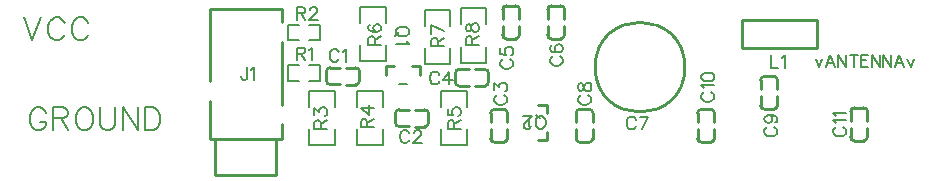
<source format=gto>
G04 Layer: TopSilkLayer*
G04 EasyEDA v6.4.25, 2021-11-26T00:29:10--8:00*
G04 0dbdd77669684f62939db12cf9e3c97e,10*
G04 Gerber Generator version 0.2*
G04 Scale: 100 percent, Rotated: No, Reflected: No *
G04 Dimensions in millimeters *
G04 leading zeros omitted , absolute positions ,4 integer and 5 decimal *
%FSLAX45Y45*%
%MOMM*%

%ADD10C,0.2540*%
%ADD23C,0.2000*%
%ADD24C,0.1524*%
%ADD25C,0.2032*%

%LPD*%
D25*
X417829Y-946150D02*
G01*
X408686Y-927607D01*
X390144Y-909065D01*
X371855Y-899921D01*
X334771Y-899921D01*
X316229Y-909065D01*
X297942Y-927607D01*
X288544Y-946150D01*
X279400Y-973836D01*
X279400Y-1019810D01*
X288544Y-1047750D01*
X297942Y-1066037D01*
X316229Y-1084579D01*
X334771Y-1093723D01*
X371855Y-1093723D01*
X390144Y-1084579D01*
X408686Y-1066037D01*
X417829Y-1047750D01*
X417829Y-1019810D01*
X371855Y-1019810D02*
G01*
X417829Y-1019810D01*
X478789Y-899921D02*
G01*
X478789Y-1093723D01*
X478789Y-899921D02*
G01*
X562102Y-899921D01*
X589787Y-909065D01*
X598931Y-918210D01*
X608329Y-936752D01*
X608329Y-955294D01*
X598931Y-973836D01*
X589787Y-982979D01*
X562102Y-992123D01*
X478789Y-992123D01*
X543560Y-992123D02*
G01*
X608329Y-1093723D01*
X724662Y-899921D02*
G01*
X706120Y-909065D01*
X687578Y-927607D01*
X678434Y-946150D01*
X669289Y-973836D01*
X669289Y-1019810D01*
X678434Y-1047750D01*
X687578Y-1066037D01*
X706120Y-1084579D01*
X724662Y-1093723D01*
X761492Y-1093723D01*
X780034Y-1084579D01*
X798576Y-1066037D01*
X807720Y-1047750D01*
X816863Y-1019810D01*
X816863Y-973836D01*
X807720Y-946150D01*
X798576Y-927607D01*
X780034Y-909065D01*
X761492Y-899921D01*
X724662Y-899921D01*
X877823Y-899921D02*
G01*
X877823Y-1038352D01*
X887221Y-1066037D01*
X905510Y-1084579D01*
X933450Y-1093723D01*
X951737Y-1093723D01*
X979423Y-1084579D01*
X997965Y-1066037D01*
X1007110Y-1038352D01*
X1007110Y-899921D01*
X1068070Y-899921D02*
G01*
X1068070Y-1093723D01*
X1068070Y-899921D02*
G01*
X1197610Y-1093723D01*
X1197610Y-899921D02*
G01*
X1197610Y-1093723D01*
X1258570Y-899921D02*
G01*
X1258570Y-1093723D01*
X1258570Y-899921D02*
G01*
X1323086Y-899921D01*
X1350771Y-909065D01*
X1369313Y-927607D01*
X1378457Y-946150D01*
X1387855Y-973836D01*
X1387855Y-1019810D01*
X1378457Y-1047750D01*
X1369313Y-1066037D01*
X1350771Y-1084579D01*
X1323086Y-1093723D01*
X1258570Y-1093723D01*
X228600Y-137921D02*
G01*
X302513Y-331723D01*
X376428Y-137921D02*
G01*
X302513Y-331723D01*
X575818Y-184150D02*
G01*
X566673Y-165607D01*
X548131Y-147065D01*
X529589Y-137921D01*
X492760Y-137921D01*
X474218Y-147065D01*
X455929Y-165607D01*
X446531Y-184150D01*
X437387Y-211836D01*
X437387Y-257810D01*
X446531Y-285750D01*
X455929Y-304037D01*
X474218Y-322579D01*
X492760Y-331723D01*
X529589Y-331723D01*
X548131Y-322579D01*
X566673Y-304037D01*
X575818Y-285750D01*
X775462Y-184150D02*
G01*
X766063Y-165607D01*
X747776Y-147065D01*
X729234Y-137921D01*
X692150Y-137921D01*
X673862Y-147065D01*
X655320Y-165607D01*
X646176Y-184150D01*
X636778Y-211836D01*
X636778Y-257810D01*
X646176Y-285750D01*
X655320Y-304037D01*
X673862Y-322579D01*
X692150Y-331723D01*
X729234Y-331723D01*
X747776Y-322579D01*
X766063Y-304037D01*
X775462Y-285750D01*
X6934200Y-487426D02*
G01*
X6962393Y-553212D01*
X6990588Y-487426D02*
G01*
X6962393Y-553212D01*
X7058913Y-454660D02*
G01*
X7021575Y-553212D01*
X7058913Y-454660D02*
G01*
X7096506Y-553212D01*
X7035545Y-520445D02*
G01*
X7082536Y-520445D01*
X7127493Y-454660D02*
G01*
X7127493Y-553212D01*
X7127493Y-454660D02*
G01*
X7193025Y-553212D01*
X7193025Y-454660D02*
G01*
X7193025Y-553212D01*
X7257034Y-454660D02*
G01*
X7257034Y-553212D01*
X7224013Y-454660D02*
G01*
X7289800Y-454660D01*
X7320788Y-454660D02*
G01*
X7320788Y-553212D01*
X7320788Y-454660D02*
G01*
X7381747Y-454660D01*
X7320788Y-501650D02*
G01*
X7358379Y-501650D01*
X7320788Y-553212D02*
G01*
X7381747Y-553212D01*
X7412736Y-454660D02*
G01*
X7412736Y-553212D01*
X7412736Y-454660D02*
G01*
X7478268Y-553212D01*
X7478268Y-454660D02*
G01*
X7478268Y-553212D01*
X7509256Y-454660D02*
G01*
X7509256Y-553212D01*
X7509256Y-454660D02*
G01*
X7575041Y-553212D01*
X7575041Y-454660D02*
G01*
X7575041Y-553212D01*
X7643368Y-454660D02*
G01*
X7606029Y-553212D01*
X7643368Y-454660D02*
G01*
X7680959Y-553212D01*
X7620000Y-520445D02*
G01*
X7666990Y-520445D01*
X7711947Y-487426D02*
G01*
X7740141Y-553212D01*
X7768336Y-487426D02*
G01*
X7740141Y-553212D01*
D24*
X2897377Y-431292D02*
G01*
X2892043Y-420878D01*
X2881629Y-410463D01*
X2871470Y-405384D01*
X2850641Y-405384D01*
X2840227Y-410463D01*
X2829813Y-420878D01*
X2824479Y-431292D01*
X2819400Y-447039D01*
X2819400Y-472947D01*
X2824479Y-488442D01*
X2829813Y-498855D01*
X2840227Y-509270D01*
X2850641Y-514350D01*
X2871470Y-514350D01*
X2881629Y-509270D01*
X2892043Y-498855D01*
X2897377Y-488442D01*
X2931668Y-426212D02*
G01*
X2942081Y-420878D01*
X2957575Y-405384D01*
X2957575Y-514350D01*
X3494277Y-1117092D02*
G01*
X3488943Y-1106678D01*
X3478529Y-1096263D01*
X3468370Y-1091184D01*
X3447541Y-1091184D01*
X3437127Y-1096263D01*
X3426713Y-1106678D01*
X3421379Y-1117092D01*
X3416300Y-1132839D01*
X3416300Y-1158747D01*
X3421379Y-1174242D01*
X3426713Y-1184655D01*
X3437127Y-1195070D01*
X3447541Y-1200150D01*
X3468370Y-1200150D01*
X3478529Y-1195070D01*
X3488943Y-1184655D01*
X3494277Y-1174242D01*
X3533647Y-1117092D02*
G01*
X3533647Y-1112012D01*
X3538981Y-1101597D01*
X3544061Y-1096263D01*
X3554475Y-1091184D01*
X3575304Y-1091184D01*
X3585718Y-1096263D01*
X3590797Y-1101597D01*
X3596131Y-1112012D01*
X3596131Y-1122426D01*
X3590797Y-1132839D01*
X3580384Y-1148334D01*
X3528568Y-1200150D01*
X3601211Y-1200150D01*
X4241291Y-798321D02*
G01*
X4230877Y-803655D01*
X4220463Y-814070D01*
X4215384Y-824229D01*
X4215384Y-845057D01*
X4220463Y-855471D01*
X4230877Y-865886D01*
X4241291Y-871220D01*
X4257040Y-876300D01*
X4282947Y-876300D01*
X4298441Y-871220D01*
X4308856Y-865886D01*
X4319270Y-855471D01*
X4324350Y-845057D01*
X4324350Y-824229D01*
X4319270Y-814070D01*
X4308856Y-803655D01*
X4298441Y-798321D01*
X4215384Y-753618D02*
G01*
X4215384Y-696468D01*
X4257040Y-727710D01*
X4257040Y-712215D01*
X4262120Y-701802D01*
X4267200Y-696468D01*
X4282947Y-691387D01*
X4293361Y-691387D01*
X4308856Y-696468D01*
X4319270Y-706881D01*
X4324350Y-722629D01*
X4324350Y-738123D01*
X4319270Y-753618D01*
X4314190Y-758952D01*
X4303775Y-764031D01*
X3748277Y-621792D02*
G01*
X3742943Y-611378D01*
X3732529Y-600963D01*
X3722370Y-595884D01*
X3701541Y-595884D01*
X3691127Y-600963D01*
X3680713Y-611378D01*
X3675379Y-621792D01*
X3670300Y-637539D01*
X3670300Y-663447D01*
X3675379Y-678942D01*
X3680713Y-689355D01*
X3691127Y-699770D01*
X3701541Y-704850D01*
X3722370Y-704850D01*
X3732529Y-699770D01*
X3742943Y-689355D01*
X3748277Y-678942D01*
X3834384Y-595884D02*
G01*
X3782568Y-668528D01*
X3860545Y-668528D01*
X3834384Y-595884D02*
G01*
X3834384Y-704850D01*
X4292091Y-493521D02*
G01*
X4281677Y-498855D01*
X4271263Y-509270D01*
X4266184Y-519429D01*
X4266184Y-540257D01*
X4271263Y-550671D01*
X4281677Y-561086D01*
X4292091Y-566420D01*
X4307840Y-571500D01*
X4333747Y-571500D01*
X4349241Y-566420D01*
X4359656Y-561086D01*
X4370070Y-550671D01*
X4375150Y-540257D01*
X4375150Y-519429D01*
X4370070Y-509270D01*
X4359656Y-498855D01*
X4349241Y-493521D01*
X4266184Y-397002D02*
G01*
X4266184Y-448818D01*
X4312920Y-454152D01*
X4307840Y-448818D01*
X4302506Y-433323D01*
X4302506Y-417829D01*
X4307840Y-402081D01*
X4318000Y-391668D01*
X4333747Y-386587D01*
X4344161Y-386587D01*
X4359656Y-391668D01*
X4370070Y-402081D01*
X4375150Y-417829D01*
X4375150Y-433323D01*
X4370070Y-448818D01*
X4364990Y-454152D01*
X4354575Y-459231D01*
X4711191Y-468121D02*
G01*
X4700777Y-473455D01*
X4690363Y-483870D01*
X4685284Y-494029D01*
X4685284Y-514857D01*
X4690363Y-525271D01*
X4700777Y-535686D01*
X4711191Y-541020D01*
X4726940Y-546100D01*
X4752847Y-546100D01*
X4768341Y-541020D01*
X4778756Y-535686D01*
X4789170Y-525271D01*
X4794250Y-514857D01*
X4794250Y-494029D01*
X4789170Y-483870D01*
X4778756Y-473455D01*
X4768341Y-468121D01*
X4700777Y-371602D02*
G01*
X4690363Y-376681D01*
X4685284Y-392429D01*
X4685284Y-402589D01*
X4690363Y-418337D01*
X4706111Y-428752D01*
X4732020Y-433831D01*
X4757927Y-433831D01*
X4778756Y-428752D01*
X4789170Y-418337D01*
X4794250Y-402589D01*
X4794250Y-397510D01*
X4789170Y-382015D01*
X4778756Y-371602D01*
X4763261Y-366268D01*
X4757927Y-366268D01*
X4742434Y-371602D01*
X4732020Y-382015D01*
X4726940Y-397510D01*
X4726940Y-402589D01*
X4732020Y-418337D01*
X4742434Y-428752D01*
X4757927Y-433831D01*
X5411977Y-1002792D02*
G01*
X5406643Y-992378D01*
X5396229Y-981963D01*
X5386070Y-976884D01*
X5365241Y-976884D01*
X5354827Y-981963D01*
X5344413Y-992378D01*
X5339079Y-1002792D01*
X5334000Y-1018539D01*
X5334000Y-1044447D01*
X5339079Y-1059942D01*
X5344413Y-1070355D01*
X5354827Y-1080770D01*
X5365241Y-1085850D01*
X5386070Y-1085850D01*
X5396229Y-1080770D01*
X5406643Y-1070355D01*
X5411977Y-1059942D01*
X5518911Y-976884D02*
G01*
X5467095Y-1085850D01*
X5446268Y-976884D02*
G01*
X5518911Y-976884D01*
X4952491Y-798321D02*
G01*
X4942077Y-803655D01*
X4931663Y-814070D01*
X4926584Y-824229D01*
X4926584Y-845057D01*
X4931663Y-855471D01*
X4942077Y-865886D01*
X4952491Y-871220D01*
X4968240Y-876300D01*
X4994147Y-876300D01*
X5009641Y-871220D01*
X5020056Y-865886D01*
X5030470Y-855471D01*
X5035550Y-845057D01*
X5035550Y-824229D01*
X5030470Y-814070D01*
X5020056Y-803655D01*
X5009641Y-798321D01*
X4926584Y-738123D02*
G01*
X4931663Y-753618D01*
X4942077Y-758952D01*
X4952491Y-758952D01*
X4962906Y-753618D01*
X4968240Y-743204D01*
X4973320Y-722629D01*
X4978400Y-706881D01*
X4988813Y-696468D01*
X4999227Y-691387D01*
X5014975Y-691387D01*
X5025390Y-696468D01*
X5030470Y-701802D01*
X5035550Y-717295D01*
X5035550Y-738123D01*
X5030470Y-753618D01*
X5025390Y-758952D01*
X5014975Y-764031D01*
X4999227Y-764031D01*
X4988813Y-758952D01*
X4978400Y-748537D01*
X4973320Y-732789D01*
X4968240Y-712215D01*
X4962906Y-701802D01*
X4952491Y-696468D01*
X4942077Y-696468D01*
X4931663Y-701802D01*
X4926584Y-717295D01*
X4926584Y-738123D01*
X6527291Y-1065021D02*
G01*
X6516877Y-1070355D01*
X6506463Y-1080770D01*
X6501384Y-1090929D01*
X6501384Y-1111757D01*
X6506463Y-1122171D01*
X6516877Y-1132586D01*
X6527291Y-1137920D01*
X6543040Y-1143000D01*
X6568947Y-1143000D01*
X6584441Y-1137920D01*
X6594856Y-1132586D01*
X6605270Y-1122171D01*
X6610350Y-1111757D01*
X6610350Y-1090929D01*
X6605270Y-1080770D01*
X6594856Y-1070355D01*
X6584441Y-1065021D01*
X6537706Y-963168D02*
G01*
X6553200Y-968502D01*
X6563613Y-978915D01*
X6568947Y-994410D01*
X6568947Y-999489D01*
X6563613Y-1015237D01*
X6553200Y-1025652D01*
X6537706Y-1030731D01*
X6532625Y-1030731D01*
X6516877Y-1025652D01*
X6506463Y-1015237D01*
X6501384Y-999489D01*
X6501384Y-994410D01*
X6506463Y-978915D01*
X6516877Y-968502D01*
X6537706Y-963168D01*
X6563613Y-963168D01*
X6589775Y-968502D01*
X6605270Y-978915D01*
X6610350Y-994410D01*
X6610350Y-1004823D01*
X6605270Y-1020318D01*
X6594856Y-1025652D01*
X5993891Y-772921D02*
G01*
X5983477Y-778255D01*
X5973063Y-788670D01*
X5967984Y-798829D01*
X5967984Y-819657D01*
X5973063Y-830071D01*
X5983477Y-840486D01*
X5993891Y-845820D01*
X6009640Y-850900D01*
X6035547Y-850900D01*
X6051041Y-845820D01*
X6061456Y-840486D01*
X6071870Y-830071D01*
X6076950Y-819657D01*
X6076950Y-798829D01*
X6071870Y-788670D01*
X6061456Y-778255D01*
X6051041Y-772921D01*
X5988811Y-738631D02*
G01*
X5983477Y-728218D01*
X5967984Y-712723D01*
X6076950Y-712723D01*
X5967984Y-647192D02*
G01*
X5973063Y-662939D01*
X5988811Y-673100D01*
X6014720Y-678434D01*
X6030213Y-678434D01*
X6056375Y-673100D01*
X6071870Y-662939D01*
X6076950Y-647192D01*
X6076950Y-636778D01*
X6071870Y-621284D01*
X6056375Y-610870D01*
X6030213Y-605789D01*
X6014720Y-605789D01*
X5988811Y-610870D01*
X5973063Y-621284D01*
X5967984Y-636778D01*
X5967984Y-647192D01*
X7111491Y-1065021D02*
G01*
X7101077Y-1070355D01*
X7090663Y-1080770D01*
X7085584Y-1090929D01*
X7085584Y-1111757D01*
X7090663Y-1122171D01*
X7101077Y-1132586D01*
X7111491Y-1137920D01*
X7127240Y-1143000D01*
X7153147Y-1143000D01*
X7168641Y-1137920D01*
X7179056Y-1132586D01*
X7189470Y-1122171D01*
X7194550Y-1111757D01*
X7194550Y-1090929D01*
X7189470Y-1080770D01*
X7179056Y-1070355D01*
X7168641Y-1065021D01*
X7106411Y-1030731D02*
G01*
X7101077Y-1020318D01*
X7085584Y-1004823D01*
X7194550Y-1004823D01*
X7106411Y-970534D02*
G01*
X7101077Y-960120D01*
X7085584Y-944626D01*
X7194550Y-944626D01*
X2122180Y-557784D02*
G01*
X2122180Y-640842D01*
X2116846Y-656589D01*
X2111766Y-661670D01*
X2101352Y-666750D01*
X2090938Y-666750D01*
X2080524Y-661670D01*
X2075190Y-656589D01*
X2070110Y-640842D01*
X2070110Y-630428D01*
X2156470Y-578612D02*
G01*
X2166630Y-573278D01*
X2182378Y-557784D01*
X2182378Y-666750D01*
X6553200Y-456184D02*
G01*
X6553200Y-565150D01*
X6553200Y-565150D02*
G01*
X6615429Y-565150D01*
X6649720Y-477012D02*
G01*
X6660134Y-471678D01*
X6675881Y-456184D01*
X6675881Y-565150D01*
X3493515Y-247142D02*
G01*
X3488436Y-236728D01*
X3478022Y-226313D01*
X3467608Y-220979D01*
X3451859Y-215900D01*
X3425952Y-215900D01*
X3410458Y-220979D01*
X3400043Y-226313D01*
X3389629Y-236728D01*
X3384550Y-247142D01*
X3384550Y-267970D01*
X3389629Y-278129D01*
X3400043Y-288544D01*
X3410458Y-293878D01*
X3425952Y-298957D01*
X3451859Y-298957D01*
X3467608Y-293878D01*
X3478022Y-288544D01*
X3488436Y-278129D01*
X3493515Y-267970D01*
X3493515Y-247142D01*
X3405124Y-262636D02*
G01*
X3374136Y-293878D01*
X3472688Y-333247D02*
G01*
X3478022Y-343662D01*
X3493515Y-359410D01*
X3384550Y-359410D01*
X4616958Y-1080515D02*
G01*
X4627372Y-1075436D01*
X4637786Y-1065021D01*
X4643120Y-1054607D01*
X4648200Y-1038860D01*
X4648200Y-1012952D01*
X4643120Y-997457D01*
X4637786Y-987044D01*
X4627372Y-976629D01*
X4616958Y-971550D01*
X4596129Y-971550D01*
X4585970Y-976629D01*
X4575556Y-987044D01*
X4570222Y-997457D01*
X4565141Y-1012952D01*
X4565141Y-1038860D01*
X4570222Y-1054607D01*
X4575556Y-1065021D01*
X4585970Y-1075436D01*
X4596129Y-1080515D01*
X4616958Y-1080515D01*
X4601463Y-992123D02*
G01*
X4570222Y-961136D01*
X4525518Y-1054607D02*
G01*
X4525518Y-1059687D01*
X4520438Y-1070102D01*
X4515104Y-1075436D01*
X4504690Y-1080515D01*
X4484115Y-1080515D01*
X4473702Y-1075436D01*
X4468368Y-1070102D01*
X4463288Y-1059687D01*
X4463288Y-1049273D01*
X4468368Y-1038860D01*
X4478781Y-1023365D01*
X4530852Y-971550D01*
X4457954Y-971550D01*
X2540000Y-392684D02*
G01*
X2540000Y-501650D01*
X2540000Y-392684D02*
G01*
X2586736Y-392684D01*
X2602229Y-397763D01*
X2607563Y-403097D01*
X2612643Y-413512D01*
X2612643Y-423926D01*
X2607563Y-434339D01*
X2602229Y-439420D01*
X2586736Y-444500D01*
X2540000Y-444500D01*
X2576322Y-444500D02*
G01*
X2612643Y-501650D01*
X2646934Y-413512D02*
G01*
X2657347Y-408178D01*
X2673095Y-392684D01*
X2673095Y-501650D01*
X2540000Y-49784D02*
G01*
X2540000Y-158750D01*
X2540000Y-49784D02*
G01*
X2586736Y-49784D01*
X2602229Y-54863D01*
X2607563Y-60197D01*
X2612643Y-70612D01*
X2612643Y-81026D01*
X2607563Y-91439D01*
X2602229Y-96520D01*
X2586736Y-101600D01*
X2540000Y-101600D01*
X2576322Y-101600D02*
G01*
X2612643Y-158750D01*
X2652268Y-75692D02*
G01*
X2652268Y-70612D01*
X2657347Y-60197D01*
X2662681Y-54863D01*
X2673095Y-49784D01*
X2693670Y-49784D01*
X2704084Y-54863D01*
X2709418Y-60197D01*
X2714497Y-70612D01*
X2714497Y-81026D01*
X2709418Y-91439D01*
X2699004Y-106934D01*
X2646934Y-158750D01*
X2719831Y-158750D01*
X2691384Y-1079500D02*
G01*
X2800350Y-1079500D01*
X2691384Y-1079500D02*
G01*
X2691384Y-1032763D01*
X2696463Y-1017270D01*
X2701797Y-1011936D01*
X2712211Y-1006855D01*
X2722625Y-1006855D01*
X2733040Y-1011936D01*
X2738120Y-1017270D01*
X2743200Y-1032763D01*
X2743200Y-1079500D01*
X2743200Y-1043178D02*
G01*
X2800350Y-1006855D01*
X2691384Y-962152D02*
G01*
X2691384Y-905002D01*
X2733040Y-935989D01*
X2733040Y-920495D01*
X2738120Y-910081D01*
X2743200Y-905002D01*
X2758947Y-899668D01*
X2769361Y-899668D01*
X2784856Y-905002D01*
X2795270Y-915415D01*
X2800350Y-930910D01*
X2800350Y-946404D01*
X2795270Y-962152D01*
X2790190Y-967231D01*
X2779775Y-972565D01*
X3085084Y-1066800D02*
G01*
X3194050Y-1066800D01*
X3085084Y-1066800D02*
G01*
X3085084Y-1020063D01*
X3090163Y-1004570D01*
X3095497Y-999236D01*
X3105911Y-994155D01*
X3116325Y-994155D01*
X3126740Y-999236D01*
X3131820Y-1004570D01*
X3136900Y-1020063D01*
X3136900Y-1066800D01*
X3136900Y-1030478D02*
G01*
X3194050Y-994155D01*
X3085084Y-907795D02*
G01*
X3157727Y-959865D01*
X3157727Y-881887D01*
X3085084Y-907795D02*
G01*
X3194050Y-907795D01*
X3821684Y-1079500D02*
G01*
X3930650Y-1079500D01*
X3821684Y-1079500D02*
G01*
X3821684Y-1032763D01*
X3826763Y-1017270D01*
X3832097Y-1011936D01*
X3842511Y-1006855D01*
X3852925Y-1006855D01*
X3863340Y-1011936D01*
X3868420Y-1017270D01*
X3873500Y-1032763D01*
X3873500Y-1079500D01*
X3873500Y-1043178D02*
G01*
X3930650Y-1006855D01*
X3821684Y-910081D02*
G01*
X3821684Y-962152D01*
X3868420Y-967231D01*
X3863340Y-962152D01*
X3858006Y-946404D01*
X3858006Y-930910D01*
X3863340Y-915415D01*
X3873500Y-905002D01*
X3889247Y-899668D01*
X3899661Y-899668D01*
X3915156Y-905002D01*
X3925570Y-915415D01*
X3930650Y-930910D01*
X3930650Y-946404D01*
X3925570Y-962152D01*
X3920490Y-967231D01*
X3910075Y-972565D01*
X3148584Y-368300D02*
G01*
X3257550Y-368300D01*
X3148584Y-368300D02*
G01*
X3148584Y-321563D01*
X3153663Y-306070D01*
X3158997Y-300736D01*
X3169411Y-295655D01*
X3179825Y-295655D01*
X3190240Y-300736D01*
X3195320Y-306070D01*
X3200400Y-321563D01*
X3200400Y-368300D01*
X3200400Y-331978D02*
G01*
X3257550Y-295655D01*
X3164077Y-198881D02*
G01*
X3153663Y-204215D01*
X3148584Y-219710D01*
X3148584Y-230123D01*
X3153663Y-245618D01*
X3169411Y-256031D01*
X3195320Y-261365D01*
X3221227Y-261365D01*
X3242056Y-256031D01*
X3252470Y-245618D01*
X3257550Y-230123D01*
X3257550Y-224789D01*
X3252470Y-209295D01*
X3242056Y-198881D01*
X3226561Y-193802D01*
X3221227Y-193802D01*
X3205734Y-198881D01*
X3195320Y-209295D01*
X3190240Y-224789D01*
X3190240Y-230123D01*
X3195320Y-245618D01*
X3205734Y-256031D01*
X3221227Y-261365D01*
X3681984Y-381000D02*
G01*
X3790950Y-381000D01*
X3681984Y-381000D02*
G01*
X3681984Y-334263D01*
X3687063Y-318770D01*
X3692397Y-313436D01*
X3702811Y-308355D01*
X3713225Y-308355D01*
X3723640Y-313436D01*
X3728720Y-318770D01*
X3733800Y-334263D01*
X3733800Y-381000D01*
X3733800Y-344678D02*
G01*
X3790950Y-308355D01*
X3681984Y-201168D02*
G01*
X3790950Y-253237D01*
X3681984Y-274065D02*
G01*
X3681984Y-201168D01*
X3974084Y-368300D02*
G01*
X4083050Y-368300D01*
X3974084Y-368300D02*
G01*
X3974084Y-321563D01*
X3979163Y-306070D01*
X3984497Y-300736D01*
X3994911Y-295655D01*
X4005325Y-295655D01*
X4015740Y-300736D01*
X4020820Y-306070D01*
X4025900Y-321563D01*
X4025900Y-368300D01*
X4025900Y-331978D02*
G01*
X4083050Y-295655D01*
X3974084Y-235204D02*
G01*
X3979163Y-250952D01*
X3989577Y-256031D01*
X3999991Y-256031D01*
X4010406Y-250952D01*
X4015740Y-240537D01*
X4020820Y-219710D01*
X4025900Y-204215D01*
X4036313Y-193802D01*
X4046727Y-188468D01*
X4062475Y-188468D01*
X4072890Y-193802D01*
X4077970Y-198881D01*
X4083050Y-214629D01*
X4083050Y-235204D01*
X4077970Y-250952D01*
X4072890Y-256031D01*
X4062475Y-261365D01*
X4046727Y-261365D01*
X4036313Y-256031D01*
X4025900Y-245618D01*
X4020820Y-230123D01*
X4015740Y-209295D01*
X4010406Y-198881D01*
X3999991Y-193802D01*
X3989577Y-193802D01*
X3979163Y-198881D01*
X3974084Y-214629D01*
X3974084Y-235204D01*
D10*
X3072701Y-595022D02*
G01*
X3072701Y-675025D01*
X2961726Y-564037D02*
G01*
X3041723Y-564037D01*
X2961726Y-706003D02*
G01*
X3041723Y-706003D01*
X2904136Y-563455D02*
G01*
X2824137Y-563455D01*
X2793154Y-594438D02*
G01*
X2793154Y-674436D01*
X2904136Y-705416D02*
G01*
X2824137Y-705416D01*
X3656901Y-950622D02*
G01*
X3656901Y-1030625D01*
X3545926Y-919637D02*
G01*
X3625923Y-919637D01*
X3545926Y-1061603D02*
G01*
X3625923Y-1061603D01*
X3488336Y-919055D02*
G01*
X3408337Y-919055D01*
X3377354Y-950038D02*
G01*
X3377354Y-1030036D01*
X3488336Y-1061016D02*
G01*
X3408337Y-1061016D01*
X4214522Y-915098D02*
G01*
X4294525Y-915098D01*
X4183537Y-1026073D02*
G01*
X4183537Y-946076D01*
X4325503Y-1026073D02*
G01*
X4325503Y-946076D01*
X4182955Y-1083663D02*
G01*
X4182955Y-1163662D01*
X4213938Y-1194645D02*
G01*
X4293936Y-1194645D01*
X4324916Y-1083663D02*
G01*
X4324916Y-1163662D01*
X4164901Y-607722D02*
G01*
X4164901Y-687725D01*
X4053926Y-576737D02*
G01*
X4133923Y-576737D01*
X4053926Y-718703D02*
G01*
X4133923Y-718703D01*
X3996336Y-576155D02*
G01*
X3916337Y-576155D01*
X3885354Y-607138D02*
G01*
X3885354Y-687136D01*
X3996336Y-718116D02*
G01*
X3916337Y-718116D01*
X4316122Y-38798D02*
G01*
X4396125Y-38798D01*
X4285137Y-149773D02*
G01*
X4285137Y-69776D01*
X4427103Y-149773D02*
G01*
X4427103Y-69776D01*
X4284555Y-207363D02*
G01*
X4284555Y-287362D01*
X4315538Y-318345D02*
G01*
X4395536Y-318345D01*
X4426516Y-207363D02*
G01*
X4426516Y-287362D01*
X4697122Y-38798D02*
G01*
X4777125Y-38798D01*
X4666137Y-149773D02*
G01*
X4666137Y-69776D01*
X4808103Y-149773D02*
G01*
X4808103Y-69776D01*
X4665555Y-207363D02*
G01*
X4665555Y-287362D01*
X4696538Y-318345D02*
G01*
X4776536Y-318345D01*
X4807516Y-207363D02*
G01*
X4807516Y-287362D01*
X4938422Y-915098D02*
G01*
X5018425Y-915098D01*
X4907437Y-1026073D02*
G01*
X4907437Y-946076D01*
X5049403Y-1026073D02*
G01*
X5049403Y-946076D01*
X4906855Y-1083663D02*
G01*
X4906855Y-1163662D01*
X4937838Y-1194645D02*
G01*
X5017836Y-1194645D01*
X5048816Y-1083663D02*
G01*
X5048816Y-1163662D01*
X6500522Y-635698D02*
G01*
X6580525Y-635698D01*
X6469537Y-746673D02*
G01*
X6469537Y-666676D01*
X6611503Y-746673D02*
G01*
X6611503Y-666676D01*
X6468955Y-804263D02*
G01*
X6468955Y-884262D01*
X6499938Y-915245D02*
G01*
X6579936Y-915245D01*
X6610916Y-804263D02*
G01*
X6610916Y-884262D01*
X5967122Y-915098D02*
G01*
X6047125Y-915098D01*
X5936137Y-1026073D02*
G01*
X5936137Y-946076D01*
X6078103Y-1026073D02*
G01*
X6078103Y-946076D01*
X5935555Y-1083663D02*
G01*
X5935555Y-1163662D01*
X5966538Y-1194645D02*
G01*
X6046536Y-1194645D01*
X6077516Y-1083663D02*
G01*
X6077516Y-1163662D01*
X7262522Y-902398D02*
G01*
X7342525Y-902398D01*
X7231537Y-1013373D02*
G01*
X7231537Y-933376D01*
X7373503Y-1013373D02*
G01*
X7373503Y-933376D01*
X7230955Y-1070963D02*
G01*
X7230955Y-1150962D01*
X7261938Y-1181945D02*
G01*
X7341936Y-1181945D01*
X7372916Y-1070963D02*
G01*
X7372916Y-1150962D01*
X2413000Y-1041496D02*
G01*
X2413000Y-1169601D01*
X2413000Y-341495D02*
G01*
X2413000Y-877707D01*
X1808200Y-672200D02*
G01*
X1808200Y-63500D01*
X2413000Y-63500D01*
X2413000Y-177706D01*
X1808200Y-1169601D02*
G01*
X1808200Y-847003D01*
X1853224Y-1169601D02*
G01*
X1853224Y-1473200D01*
X2362200Y-1473200D01*
X2362200Y-1169601D01*
X1808200Y-1169601D02*
G01*
X2408199Y-1169601D01*
X6314440Y-398779D02*
G01*
X6314440Y-160020D01*
X6314440Y-160020D02*
G01*
X6944359Y-160020D01*
X6944359Y-160020D02*
G01*
X6944359Y-398779D01*
X6944359Y-398779D02*
G01*
X6314440Y-398779D01*
X3295700Y-626110D02*
G01*
X3295700Y-544601D01*
X3361690Y-544601D01*
X3521709Y-544601D02*
G01*
X3587699Y-544601D01*
X3521709Y-544601D01*
X3587699Y-544601D01*
X3587699Y-626110D01*
D23*
X3411702Y-699592D02*
G01*
X3471697Y-699592D01*
D10*
X4580890Y-882700D02*
G01*
X4662398Y-882700D01*
X4662398Y-948689D01*
X4662398Y-1108710D02*
G01*
X4662398Y-1174699D01*
X4662398Y-1108710D01*
X4662398Y-1174699D01*
X4580890Y-1174699D01*
D23*
X4507407Y-998702D02*
G01*
X4507407Y-1058697D01*
D24*
X2646121Y-675660D02*
G01*
X2742008Y-675660D01*
X2742008Y-543539D01*
X2646121Y-543539D01*
X2560878Y-675660D02*
G01*
X2464991Y-675660D01*
X2464991Y-543539D01*
X2560878Y-543539D01*
X2646121Y-332760D02*
G01*
X2742008Y-332760D01*
X2742008Y-200639D01*
X2646121Y-200639D01*
X2560878Y-332760D02*
G01*
X2464991Y-332760D01*
X2464991Y-200639D01*
X2560878Y-200639D01*
X2863809Y-895479D02*
G01*
X2863809Y-759487D01*
X2647990Y-759487D01*
X2647990Y-895479D01*
X2863809Y-1085720D02*
G01*
X2863809Y-1221712D01*
X2647990Y-1221712D01*
X2647990Y-1085720D01*
X3270209Y-895479D02*
G01*
X3270209Y-759487D01*
X3054390Y-759487D01*
X3054390Y-895479D01*
X3270209Y-1085720D02*
G01*
X3270209Y-1221712D01*
X3054390Y-1221712D01*
X3054390Y-1085720D01*
X3981409Y-895479D02*
G01*
X3981409Y-759487D01*
X3765590Y-759487D01*
X3765590Y-895479D01*
X3981409Y-1085720D02*
G01*
X3981409Y-1221712D01*
X3765590Y-1221712D01*
X3765590Y-1085720D01*
X3295609Y-184279D02*
G01*
X3295609Y-48287D01*
X3079790Y-48287D01*
X3079790Y-184279D01*
X3295609Y-374520D02*
G01*
X3295609Y-510512D01*
X3079790Y-510512D01*
X3079790Y-374520D01*
X3841709Y-209679D02*
G01*
X3841709Y-73687D01*
X3625890Y-73687D01*
X3625890Y-209679D01*
X3841709Y-399920D02*
G01*
X3841709Y-535912D01*
X3625890Y-535912D01*
X3625890Y-399920D01*
X4146509Y-196979D02*
G01*
X4146509Y-60987D01*
X3930690Y-60987D01*
X3930690Y-196979D01*
X4146509Y-387220D02*
G01*
X4146509Y-523212D01*
X3930690Y-523212D01*
X3930690Y-387220D01*
D10*
G75*
G01*
X2793149Y-594439D02*
G02*
X2824132Y-563456I30983J0D01*
G75*
G01*
X2824132Y-705422D02*
G02*
X2793149Y-674436I0J30983D01*
G75*
G01*
X3041719Y-564037D02*
G02*
X3072701Y-595023I0J-30983D01*
G75*
G01*
X3072701Y-675020D02*
G02*
X3041719Y-706003I-30982J0D01*
G75*
G01*
X3377349Y-950039D02*
G02*
X3408332Y-919056I30983J0D01*
G75*
G01*
X3408332Y-1061022D02*
G02*
X3377349Y-1030036I0J30983D01*
G75*
G01*
X3625919Y-919637D02*
G02*
X3656901Y-950623I0J-30983D01*
G75*
G01*
X3656901Y-1030620D02*
G02*
X3625919Y-1061603I-30982J0D01*
G75*
G01*
X4213939Y-1194651D02*
G02*
X4182956Y-1163668I0J30983D01*
G75*
G01*
X4324922Y-1163668D02*
G02*
X4293936Y-1194651I-30983J0D01*
G75*
G01*
X4183537Y-946081D02*
G02*
X4214523Y-915099I30983J0D01*
G75*
G01*
X4294520Y-915099D02*
G02*
X4325503Y-946081I0J-30982D01*
G75*
G01*
X3885349Y-607139D02*
G02*
X3916332Y-576156I30983J0D01*
G75*
G01*
X3916332Y-718122D02*
G02*
X3885349Y-687136I0J30983D01*
G75*
G01*
X4133919Y-576737D02*
G02*
X4164901Y-607723I0J-30983D01*
G75*
G01*
X4164901Y-687720D02*
G02*
X4133919Y-718703I-30982J0D01*
G75*
G01*
X4315539Y-318351D02*
G02*
X4284556Y-287368I0J30983D01*
G75*
G01*
X4426522Y-287368D02*
G02*
X4395536Y-318351I-30983J0D01*
G75*
G01*
X4285137Y-69781D02*
G02*
X4316123Y-38799I30983J0D01*
G75*
G01*
X4396120Y-38799D02*
G02*
X4427103Y-69781I0J-30982D01*
G75*
G01*
X4696539Y-318351D02*
G02*
X4665556Y-287368I0J30983D01*
G75*
G01*
X4807522Y-287368D02*
G02*
X4776536Y-318351I-30983J0D01*
G75*
G01*
X4666137Y-69781D02*
G02*
X4697123Y-38799I30983J0D01*
G75*
G01*
X4777120Y-38799D02*
G02*
X4808103Y-69781I0J-30982D01*
G75*
G01*
X4937839Y-1194651D02*
G02*
X4906856Y-1163668I0J30983D01*
G75*
G01*
X5048822Y-1163668D02*
G02*
X5017836Y-1194651I-30983J0D01*
G75*
G01*
X4907437Y-946081D02*
G02*
X4938423Y-915099I30983J0D01*
G75*
G01*
X5018420Y-915099D02*
G02*
X5049403Y-946081I0J-30982D01*
G75*
G01*
X6499939Y-915251D02*
G02*
X6468956Y-884268I0J30983D01*
G75*
G01*
X6610922Y-884268D02*
G02*
X6579936Y-915251I-30983J0D01*
G75*
G01*
X6469537Y-666681D02*
G02*
X6500523Y-635699I30983J0D01*
G75*
G01*
X6580520Y-635699D02*
G02*
X6611503Y-666681I0J-30982D01*
G75*
G01*
X5966539Y-1194651D02*
G02*
X5935556Y-1163668I0J30983D01*
G75*
G01*
X6077522Y-1163668D02*
G02*
X6046536Y-1194651I-30983J0D01*
G75*
G01*
X5936137Y-946081D02*
G02*
X5967123Y-915099I30983J0D01*
G75*
G01*
X6047120Y-915099D02*
G02*
X6078103Y-946081I0J-30982D01*
G75*
G01*
X7261939Y-1181951D02*
G02*
X7230956Y-1150968I0J30983D01*
G75*
G01*
X7372922Y-1150968D02*
G02*
X7341936Y-1181951I-30983J0D01*
G75*
G01*
X7231537Y-933381D02*
G02*
X7262523Y-902399I30983J0D01*
G75*
G01*
X7342520Y-902399D02*
G02*
X7373503Y-933381I0J-30982D01*
G75*
G01
X5828309Y-558800D02*
G03X5828309Y-558800I-380009J0D01*
M02*

</source>
